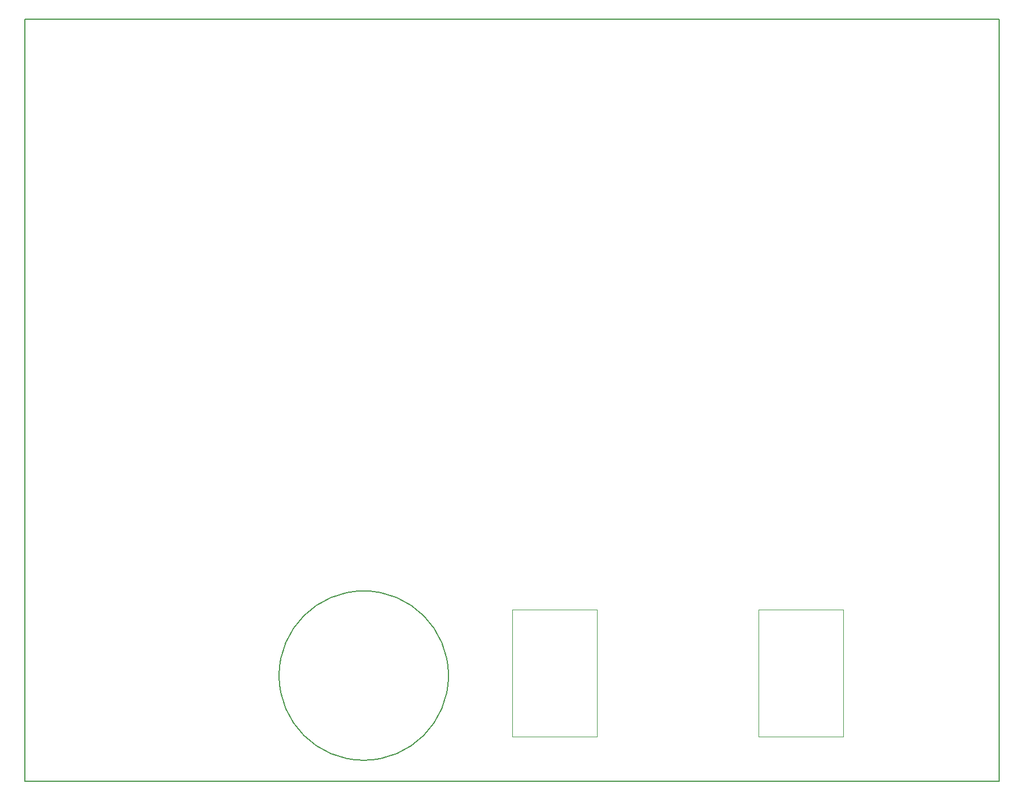
<source format=gbr>
%TF.GenerationSoftware,KiCad,Pcbnew,(5.1.10)-1*%
%TF.CreationDate,2021-07-06T22:18:49-04:00*%
%TF.ProjectId,dedBoard,64656442-6f61-4726-942e-6b696361645f,rev?*%
%TF.SameCoordinates,Original*%
%TF.FileFunction,Profile,NP*%
%FSLAX46Y46*%
G04 Gerber Fmt 4.6, Leading zero omitted, Abs format (unit mm)*
G04 Created by KiCad (PCBNEW (5.1.10)-1) date 2021-07-06 22:18:49*
%MOMM*%
%LPD*%
G01*
G04 APERTURE LIST*
%TA.AperFunction,Profile*%
%ADD10C,0.050000*%
%TD*%
%TA.AperFunction,Profile*%
%ADD11C,0.150000*%
%TD*%
G04 APERTURE END LIST*
D10*
X92075000Y-117076220D02*
X92075000Y-98026220D01*
X104775000Y-117076220D02*
X92075000Y-117076220D01*
X104775000Y-98026220D02*
X104775000Y-117076220D01*
X92075000Y-98026220D02*
X104775000Y-98026220D01*
X141759940Y-98026220D02*
X141759940Y-117076220D01*
X129059940Y-117076220D02*
X141759940Y-117076220D01*
X129059940Y-98026220D02*
X129059940Y-117076220D01*
X129059940Y-98026220D02*
X141759940Y-98026220D01*
D11*
X19050000Y-123825000D02*
X165100000Y-123825000D01*
X82550000Y-107950000D02*
G75*
G03*
X82550000Y-107950000I-12700000J0D01*
G01*
X19050000Y-9525000D02*
X19050000Y-123825000D01*
X165100000Y-9525000D02*
X19050000Y-9525000D01*
X165100000Y-123825000D02*
X165100000Y-9525000D01*
M02*

</source>
